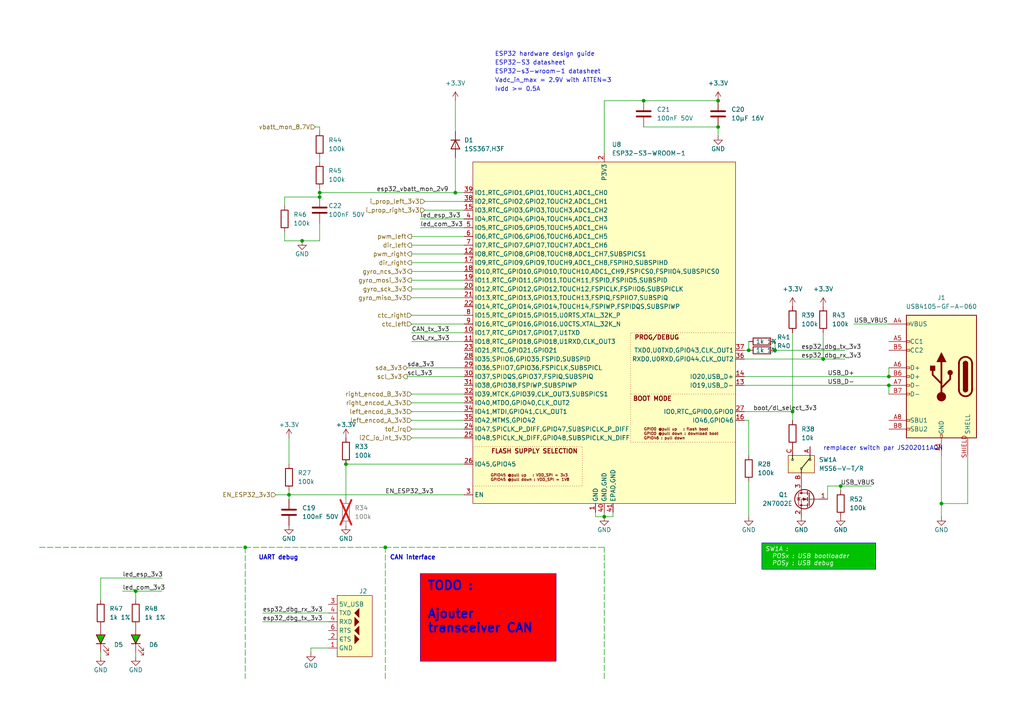
<source format=kicad_sch>
(kicad_sch (version 20230121) (generator eeschema)
  (paper "A4")
  (lib_symbols
    (symbol "Transistor_FET:2N7002E" (pin_names hide)
      (property "Reference" "Q" (at 5.08 1.905 0))
      (property "Value" "2N7002E" (at 5.08 0 0))
      (symbol "2N7002E_0_1"
        (polyline (pts (xy 0.254 0) (xy -2.54 0)))
        (polyline (pts (xy 0.254 1.905) (xy 0.254 -1.905)) (stroke (width 0.254)))
        (polyline (pts (xy 0.762 -1.27) (xy 0.762 -2.286)) (stroke (width 0.254)))
        (polyline (pts (xy 0.762 0.508) (xy 0.762 -0.508)) (stroke (width 0.254)))
        (polyline (pts (xy 0.762 2.286) (xy 0.762 1.27)) (stroke (width 0.254)))
        (polyline (pts (xy 2.54 2.54) (xy 2.54 1.778)))
        (polyline (pts (xy 2.54 -2.54) (xy 2.54 0) (xy 0.762 0)))
        (polyline (pts (xy 0.762 -1.778) (xy 3.302 -1.778) (xy 3.302 1.778) (xy 0.762 1.778)))
        (polyline (pts (xy 1.016 0) (xy 2.032 0.381) (xy 2.032 -0.381) (xy 1.016 0)) (fill (type outline)))
        (polyline (pts (xy 2.794 0.508) (xy 2.921 0.381) (xy 3.683 0.381) (xy 3.81 0.254)))
        (polyline (pts (xy 3.302 0.381) (xy 2.921 -0.254) (xy 3.683 -0.254) (xy 3.302 0.381)))
        (circle (center 1.651 0) (radius 2.794) (stroke (width 0.254)))
        (circle (center 2.54 -1.778) (radius 0.254) (fill (type outline)))
        (circle (center 2.54 1.778) (radius 0.254) (fill (type outline)))
      )
      (symbol "2N7002E_1_1"
        (pin input line (at -5.08 0 0) (length 2.54) (name "G") (number "1"))
        (pin passive line (at 2.54 -5.08 90) (length 2.54) (name "S") (number "2"))
        (pin passive line (at 2.54 5.08 270) (length 2.54) (name "D") (number "3"))
      )
    )
    (symbol "cocotter_capacitors:C_100nF_50V_0603" (pin_numbers hide) (pin_names (offset 0.254))
      (property "Reference" "C" (at 0.635 2.54 0))
      (property "Value" "100nF 50V" (at 0.635 -2.54 0))
      (symbol "C_100nF_50V_0603_0_1"
        (polyline (pts (xy -2.032 -0.762) (xy 2.032 -0.762)) (stroke (width 0.508)))
        (polyline (pts (xy -2.032 0.762) (xy 2.032 0.762)) (stroke (width 0.508)))
      )
      (symbol "C_100nF_50V_0603_1_1"
        (pin passive line (at 0 3.81 270) (length 2.794) (name "~") (number "1"))
        (pin passive line (at 0 -3.81 90) (length 2.794) (name "~") (number "2"))
      )
    )
    (symbol "cocotter_capacitors:C_10µF_16V_0805" (pin_numbers hide) (pin_names (offset 0.254))
      (property "Reference" "C" (at 0.635 2.54 0))
      (property "Value" "10µF 16V" (at 0.635 -2.54 0))
      (symbol "C_10µF_16V_0805_0_1"
        (polyline (pts (xy -2.032 -0.762) (xy 2.032 -0.762)) (stroke (width 0.508)))
        (polyline (pts (xy -2.032 0.762) (xy 2.032 0.762)) (stroke (width 0.508)))
      )
      (symbol "C_10µF_16V_0805_1_1"
        (pin passive line (at 0 3.81 270) (length 2.794) (name "~") (number "1"))
        (pin passive line (at 0 -3.81 90) (length 2.794) (name "~") (number "2"))
      )
    )
    (symbol "cocotter_connectors:MSS6-V-T/R" (pin_names hide)
      (property "Reference" "SW" (at 0 4.572 0))
      (property "Value" "MSS6-V-T/R" (at 2.54 -5.08 0))
      (symbol "MSS6-V-T/R_1_1"
        (rectangle (start -2.54 3.81) (end 2.54 -3.81) (fill (type background)))
        (circle (center -1.27 -2.54) (radius 0.254) (stroke (width 0) (color 0 0 0 1)))
        (circle (center -1.27 2.54) (radius 0.254) (stroke (width 0) (color 0 0 0 1)))
        (polyline (pts (xy -2.54 -2.54) (xy -1.524 -2.54)) (stroke (width 0.2) (color 0 0 0 1)))
        (polyline (pts (xy -2.54 2.54) (xy -1.524 2.54)) (stroke (width 0.2) (color 0 0 0 1)))
        (polyline (pts (xy 1.016 0.254) (xy -1.524 2.286)) (stroke (width 0.2) (color 0 0 0 1)))
        (polyline (pts (xy 1.524 0) (xy 2.54 0)) (stroke (width 0.2) (color 0 0 0 1)))
        (circle (center 1.27 0) (radius 0.254) (stroke (width 0) (color 0 0 0 1)))
        (pin passive line (at -5.08 2.54 0) (length 2.54) (name "") (number "A"))
        (pin passive line (at 5.08 0 180) (length 2.54) (name "") (number "B"))
        (pin passive line (at -5.08 -2.54 0) (length 2.54) (name "") (number "C"))
      )
      (symbol "MSS6-V-T/R_2_1"
        (rectangle (start -2.54 3.81) (end 2.54 -3.81) (fill (type background)))
        (circle (center -1.27 -2.54) (radius 0.254) (stroke (width 0) (color 0 0 0 1)))
        (circle (center -1.27 2.54) (radius 0.254) (stroke (width 0) (color 0 0 0 1)))
        (polyline (pts (xy -2.54 -2.54) (xy -1.524 -2.54)) (stroke (width 0.2) (color 0 0 0 1)))
        (polyline (pts (xy -2.54 2.54) (xy -1.524 2.54)) (stroke (width 0.2) (color 0 0 0 1)))
        (polyline (pts (xy 1.016 0.254) (xy -1.524 2.286)) (stroke (width 0.2) (color 0 0 0 1)))
        (polyline (pts (xy 1.524 0) (xy 2.54 0)) (stroke (width 0.2) (color 0 0 0 1)))
        (circle (center 0 8.89) (radius 0.0001))
        (circle (center 1.27 0) (radius 0.254) (stroke (width 0) (color 0 0 0 1)))
        (pin passive line (at -5.08 2.54 0) (length 2.54) (name "") (number "D"))
        (pin passive line (at 5.08 0 180) (length 2.54) (name "") (number "E"))
        (pin passive line (at -5.08 -2.54 0) (length 2.54) (name "") (number "F"))
      )
    )
    (symbol "cocotter_connectors:TTL-232R-3V3"
      (property "Reference" "J" (at 2.54 10.16 0))
      (symbol "TTL-232R-3V3_1_1"
        (rectangle (start -5.08 8.89) (end 5.08 -8.89) (fill (type background)))
        (polyline (pts (xy 0 -2.54) (xy 0 -5.08) (xy 1.27 -3.81) (xy 0 -2.54)) (fill (type outline)))
        (polyline (pts (xy 0 2.54) (xy 0 0) (xy 1.27 1.27) (xy 0 2.54)) (fill (type outline)))
        (polyline (pts (xy 1.27 -2.54) (xy 1.27 0) (xy 0 -1.27) (xy 1.27 -2.54)) (fill (type outline)))
        (polyline (pts (xy 1.27 5.08) (xy 0 3.81) (xy 1.27 2.54) (xy 1.27 5.08)) (fill (type outline)))
        (pin passive line (at -7.62 -6.35 0) (length 2.54) (name "GND") (number "1"))
        (pin input line (at -7.62 -3.81 0) (length 2.54) (name "CTS") (number "2"))
        (pin power_out line (at -7.62 6.35 0) (length 2.54) (name "5V_USB") (number "3"))
        (pin input line (at -7.62 1.27 0) (length 2.54) (name "RXD") (number "4"))
        (pin passive line (at -7.62 3.81 0) (length 2.54) (name "TXD") (number "4"))
        (pin output line (at -7.62 -1.27 0) (length 2.54) (name "RTS") (number "6"))
      )
    )
    (symbol "cocotter_connectors:USB4105-GF-A-060" (pin_names (offset 1.016))
      (property "Reference" "J" (at -10.16 19.05 0))
      (property "Value" "USB4105-GF-A-060" (at 19.05 19.05 0))
      (symbol "USB4105-GF-A-060_0_0"
        (rectangle (start -0.254 -17.78) (end 0.254 -16.764))
        (rectangle (start 10.16 -14.986) (end 9.144 -15.494))
        (rectangle (start 10.16 -12.446) (end 9.144 -12.954))
        (rectangle (start 10.16 -4.826) (end 9.144 -5.334))
        (rectangle (start 10.16 -2.286) (end 9.144 -2.794))
        (rectangle (start 10.16 0.254) (end 9.144 -0.254))
        (rectangle (start 10.16 2.794) (end 9.144 2.286))
        (rectangle (start 10.16 7.874) (end 9.144 7.366))
        (rectangle (start 10.16 10.414) (end 9.144 9.906))
        (rectangle (start 10.16 15.494) (end 9.144 14.986))
      )
      (symbol "USB4105-GF-A-060_0_1"
        (rectangle (start -10.16 17.78) (end 10.16 -17.78) (stroke (width 0.254)) (fill (type background)))
        (arc (start -8.89 -3.81) (mid -6.985 -5.7067) (end -5.08 -3.81) (stroke (width 0.508)))
        (arc (start -7.62 -3.81) (mid -6.985 -4.4423) (end -6.35 -3.81) (stroke (width 0.254)))
        (arc (start -7.62 -3.81) (mid -6.985 -4.4423) (end -6.35 -3.81) (stroke (width 0.254)) (fill (type outline)))
        (rectangle (start -7.62 -3.81) (end -6.35 3.81) (stroke (width 0.254)) (fill (type outline)))
        (arc (start -6.35 3.81) (mid -6.985 4.4423) (end -7.62 3.81) (stroke (width 0.254)))
        (arc (start -6.35 3.81) (mid -6.985 4.4423) (end -7.62 3.81) (stroke (width 0.254)) (fill (type outline)))
        (arc (start -5.08 3.81) (mid -6.985 5.7067) (end -8.89 3.81) (stroke (width 0.508)))
        (circle (center -2.54 1.143) (radius 0.635) (stroke (width 0.254)) (fill (type outline)))
        (circle (center 0 -5.842) (radius 1.27) (fill (type outline)))
        (polyline (pts (xy -8.89 -3.81) (xy -8.89 3.81)) (stroke (width 0.508)))
        (polyline (pts (xy -5.08 3.81) (xy -5.08 -3.81)) (stroke (width 0.508)))
        (polyline (pts (xy 0 -5.842) (xy 0 4.318)) (stroke (width 0.508)))
        (polyline (pts (xy 0 -3.302) (xy -2.54 -0.762) (xy -2.54 0.508)) (stroke (width 0.508)))
        (polyline (pts (xy 0 -2.032) (xy 2.54 0.508) (xy 2.54 1.778)) (stroke (width 0.508)))
        (polyline (pts (xy -1.27 4.318) (xy 0 6.858) (xy 1.27 4.318) (xy -1.27 4.318)) (stroke (width 0.254)) (fill (type outline)))
        (rectangle (start 1.905 1.778) (end 3.175 3.048) (stroke (width 0.254)) (fill (type outline)))
      )
      (symbol "USB4105-GF-A-060_1_1"
        (pin passive line (at 0 -22.86 90) (length 5.08) (name "GND") (number "A1"))
        (pin passive line (at 0 -22.86 90) (length 5.08) hide (name "GND") (number "A12"))
        (pin passive line (at 15.24 15.24 180) (length 5.08) (name "VBUS") (number "A4"))
        (pin bidirectional line (at 15.24 10.16 180) (length 5.08) (name "CC1") (number "A5"))
        (pin bidirectional line (at 15.24 2.54 180) (length 5.08) (name "D+") (number "A6"))
        (pin bidirectional line (at 15.24 -2.54 180) (length 5.08) (name "D-") (number "A7"))
        (pin bidirectional line (at 15.24 -12.7 180) (length 5.08) (name "SBU1") (number "A8"))
        (pin passive line (at 15.24 15.24 180) (length 5.08) hide (name "VBUS") (number "A9"))
        (pin passive line (at 0 -22.86 90) (length 5.08) hide (name "GND") (number "B1"))
        (pin passive line (at 0 -22.86 90) (length 5.08) hide (name "GND") (number "B12"))
        (pin passive line (at 15.24 15.24 180) (length 5.08) hide (name "VBUS") (number "B4"))
        (pin bidirectional line (at 15.24 7.62 180) (length 5.08) (name "CC2") (number "B5"))
        (pin bidirectional line (at 15.24 0 180) (length 5.08) (name "D+") (number "B6"))
        (pin bidirectional line (at 15.24 -5.08 180) (length 5.08) (name "D-") (number "B7"))
        (pin bidirectional line (at 15.24 -15.24 180) (length 5.08) (name "SBU2") (number "B8"))
        (pin passive line (at 15.24 15.24 180) (length 5.08) hide (name "VBUS") (number "B9"))
        (pin passive line (at -7.62 -22.86 90) (length 5.08) (name "SHELL") (number "SHIELD"))
      )
    )
    (symbol "cocotter_diodes:1SS367,H3F" (pin_numbers hide) (pin_names hide)
      (property "Reference" "D" (at 0 2.54 0))
      (property "Value" "1SS367,H3F" (at 0 -2.54 0))
      (symbol "1SS367,H3F_0_1"
        (polyline (pts (xy -1.27 1.27) (xy -1.27 -1.27)) (stroke (width 0.254)))
        (polyline (pts (xy 1.27 0) (xy -1.27 0)))
        (polyline (pts (xy 1.27 1.27) (xy 1.27 -1.27) (xy -1.27 0) (xy 1.27 1.27)) (stroke (width 0.254)))
      )
      (symbol "1SS367,H3F_1_1"
        (pin passive line (at -3.81 0 0) (length 2.54) (name "K") (number "1"))
        (pin passive line (at 3.81 0 180) (length 2.54) (name "A") (number "2"))
      )
    )
    (symbol "cocotter_diodes:green_led_0603" (pin_numbers hide) (pin_names (offset 1.016) hide)
      (property "Reference" "D" (at 0 2.54 0))
      (symbol "green_led_0603_0_1"
        (polyline (pts (xy -1.27 -1.27) (xy -1.27 1.27)) (stroke (width 0.254)))
        (polyline (pts (xy -3.048 -0.762) (xy -4.572 -2.286) (xy -3.81 -2.286) (xy -4.572 -2.286) (xy -4.572 -1.524)))
        (polyline (pts (xy -1.778 -0.762) (xy -3.302 -2.286) (xy -2.54 -2.286) (xy -3.302 -2.286) (xy -3.302 -1.524)))
      )
      (symbol "green_led_0603_1_1"
        (polyline (pts (xy 1.27 -1.27) (xy 1.27 1.27) (xy -1.27 0) (xy 1.27 -1.27)) (stroke (width 0.254)) (fill (type color) (color 0 194 0 1)))
        (pin passive line (at 3.81 0 180) (length 2.54) (name "A") (number "a"))
        (pin passive line (at -3.81 0 0) (length 2.54) (name "C") (number "c"))
      )
    )
    (symbol "cocotter_ic:ESP32-S3-WROOM-1"
      (property "Reference" "U" (at -11.43 27.94 0))
      (property "Value" "ESP32-S3-WROOM-1" (at 27.94 -50.8 0))
      (symbol "ESP32-S3-WROOM-1_1_0"
        (pin bidirectional line (at -40.64 0 0) (length 2.54) (name "IO17,RTC_GPIO17,GPIO17,U1TXD") (number "10"))
        (pin bidirectional line (at -40.64 -2.54 0) (length 2.54) (name "IO18,RTC_GPIO18,GPIO18,U1RXD,CLK_OUT3") (number "11"))
        (pin bidirectional line (at -40.64 22.86 0) (length 2.54) (name "IO8,RTC_GPIO8,GPIO8,TOUCH8,ADC1_CH7,SUBSPICS1") (number "12"))
        (pin bidirectional line (at 40.64 -15.24 180) (length 2.54) (name "IO19,USB_D-") (number "13"))
        (pin bidirectional line (at 40.64 -12.7 180) (length 2.54) (name "IO20,USB_D+") (number "14"))
        (pin bidirectional line (at -40.64 35.56 0) (length 2.54) (name "IO3,RTC_GPIO3,GPIO3,TOUCH3,ADC1_CH2") (number "15"))
        (pin bidirectional line (at 40.64 -25.4 180) (length 2.54) (name "IO46,GPIO46") (number "16"))
        (pin bidirectional line (at -40.64 20.32 0) (length 2.54) (name "IO9,RTC_GPIO9,GPIO9,TOUCH9,ADC1_CH8,FSPIHD,SUBSPIHD") (number "17"))
        (pin bidirectional line (at -40.64 17.78 0) (length 2.54) (name "IO10,RTC_GPIO10,GPIO10,TOUCH10,ADC1_CH9,FSPICS0,FSPIIO4,SUBSPICS0") (number "18"))
        (pin bidirectional line (at -40.64 15.24 0) (length 2.54) (name "IO11,RTC_GPIO11,GPIO11,TOUCH11,FSPID,FSPIIO5,SUBSPID") (number "19"))
        (pin bidirectional line (at -40.64 12.7 0) (length 2.54) (name "IO12,RTC_GPIO12,GPIO12,TOUCH12,FSPICLK,FSPIIO6,SUBSPICLK") (number "20"))
        (pin bidirectional line (at -40.64 10.16 0) (length 2.54) (name "IO13,RTC_GPIO13,GPIO13,TOUCH13,FSPIQ,FSPIIO7,SUBSPIQ") (number "21"))
        (pin bidirectional line (at -40.64 7.62 0) (length 2.54) (name "IO14,RTC_GPIO14,GPIO14,TOUCH14,FSPIWP,FSPIDQS,SUBSPIWP") (number "22"))
        (pin bidirectional line (at -40.64 -5.08 0) (length 2.54) (name "IO21,RTC_GPIO21,GPIO21") (number "23"))
        (pin bidirectional line (at -40.64 -27.94 0) (length 2.54) (name "IO47,SPICLK_P_DIFF,GPIO47,SUBSPICLK_P_DIFF") (number "24"))
        (pin bidirectional line (at -40.64 -30.48 0) (length 2.54) (name "IO48,SPICLK_N_DIFF,GPIO48,SUBSPICLK_N_DIFF") (number "25"))
        (pin bidirectional line (at -40.64 -38.1 0) (length 2.54) (name "IO45,GPIO45") (number "26"))
        (pin bidirectional line (at 40.64 -22.86 180) (length 2.54) (name "IO0,RTC_GPIO0,GPIO0") (number "27"))
        (pin bidirectional line (at -40.64 -7.62 0) (length 2.54) (name "IO35,SPIIO6,GPIO35,FSPID,SUBSPID") (number "28"))
        (pin bidirectional line (at -40.64 -10.16 0) (length 2.54) (name "IO36,SPIIO7,GPIO36,FSPICLK,SUBSPICL") (number "29"))
        (pin input line (at -40.64 -46.99 0) (length 2.54) (name "EN") (number "3"))
        (pin bidirectional line (at -40.64 -12.7 0) (length 2.54) (name "IO37,SPIDQS,GPIO37,FSPIQ,SUBSPIQ") (number "30"))
        (pin bidirectional line (at -40.64 -15.24 0) (length 2.54) (name "IO38,GPIO38,FSPIWP,SUBSPIWP") (number "31"))
        (pin bidirectional line (at -40.64 -17.78 0) (length 2.54) (name "IO39,MTCK,GPIO39,CLK_OUT3,SUBSPICS1") (number "32"))
        (pin bidirectional line (at -40.64 -20.32 0) (length 2.54) (name "IO40,MTDO,GPIO40,CLK_OUT2") (number "33"))
        (pin bidirectional line (at -40.64 -22.86 0) (length 2.54) (name "IO41,MTDI,GPIO41,CLK_OUT1") (number "34"))
        (pin bidirectional line (at -40.64 -25.4 0) (length 2.54) (name "IO42,MTMS,GPIO42") (number "35"))
        (pin bidirectional line (at 40.64 -7.62 180) (length 2.54) (name "RXD0,U0RXD,GPIO44,CLK_OUT2") (number "36"))
        (pin bidirectional line (at 40.64 -5.08 180) (length 2.54) (name "TXD0,U0TXD,GPIO43,CLK_OUT1") (number "37"))
        (pin bidirectional line (at -40.64 38.1 0) (length 2.54) (name "IO2,RTC_GPIO2,GPIO2,TOUCH2,ADC1_CH1") (number "38"))
        (pin bidirectional line (at -40.64 40.64 0) (length 2.54) (name "IO1,RTC_GPIO1,GPIO1,TOUCH1,ADC1_CH0") (number "39"))
        (pin bidirectional line (at -40.64 33.02 0) (length 2.54) (name "IO4,RTC_GPIO4,GPIO4,TOUCH4,ADC1_CH3") (number "4"))
        (pin passive line (at 0 -52.07 90) (length 2.54) (name "GND,GND") (number "40"))
        (pin passive line (at 2.54 -52.07 90) (length 2.54) (name "EPAD,GND") (number "41"))
        (pin bidirectional line (at -40.64 30.48 0) (length 2.54) (name "IO5,RTC_GPIO5,GPIO5,TOUCH5,ADC1_CH4") (number "5"))
        (pin bidirectional line (at -40.64 27.94 0) (length 2.54) (name "IO6,RTC_GPIO6,GPIO6,TOUCH6,ADC1_CH5") (number "6"))
        (pin bidirectional line (at -40.64 25.4 0) (length 2.54) (name "IO7,RTC_GPIO7,GPIO7,TOUCH7,ADC1_CH6") (number "7"))
        (pin bidirectional line (at -40.64 5.08 0) (length 2.54) (name "IO15,RTC_GPIO15,GPIO15,U0RTS,XTAL_32K_P") (number "8"))
        (pin bidirectional line (at -40.64 2.54 0) (length 2.54) (name "IO16,RTC_GPIO16,GPIO16,U0CTS,XTAL_32K_N") (number "9"))
      )
      (symbol "ESP32-S3-WROOM-1_1_1"
        (rectangle (start -38.1 49.53) (end 38.1 -49.53) (fill (type background)))
        (polyline (pts (xy 7.62 -17.78) (xy 7.62 -31.75) (xy 38.1 -31.75)) (stroke (width 0) (type dot)))
        (polyline (pts (xy -38.1 -33.02) (xy -6.35 -33.02) (xy -6.35 -44.45) (xy -38.1 -44.45)) (stroke (width 0) (type dot)))
        (polyline (pts (xy 38.1 -17.78) (xy 7.62 -17.78) (xy 7.62 0) (xy 7.62 0) (xy 38.1 0)) (stroke (width 0) (type dot)))
        (text "BOOT MODE" (at 13.97 -19.05 0) (effects (font (size 1.27 1.27) bold)))
        (text "FLASH SUPPLY SELECTION" (at -7.62 -34.29 0) (effects (font (size 1.27 1.27) bold) (justify right)))
        (text "GPIO0 @pull up   : flash boot\nGPIO0 @pull down : download boot\nGPIO46 : pull down" (at 11.43 -29.21 0) (effects (font (size 0.8 0.8)) (justify left)))
        (text "GPIO45 @pull up   : VDD_SPI = 3v3\nGPIO45 @pull down : VDD_SPI = 1V8" (at -33.02 -41.91 0) (effects (font (size 0.8 0.8)) (justify left)))
        (text "PROG/DEBUG" (at 15.24 -1.27 0) (effects (font (size 1.27 1.27) bold)))
        (pin passive line (at -2.54 -52.07 90) (length 2.54) (name "GND") (number "1"))
        (pin power_in line (at 0 52.07 270) (length 2.54) (name "P3V3") (number "2"))
      )
    )
    (symbol "cocotter_resistors:R_100k_0603_1%" (pin_numbers hide) (pin_names (offset 0))
      (property "Reference" "R" (at 1.27 1.27 0))
      (property "Value" "100k" (at 3.81 -1.27 0))
      (symbol "R_100k_0603_1%_0_1"
        (rectangle (start -1.016 -2.54) (end 1.016 2.54) (stroke (width 0.254)))
      )
      (symbol "R_100k_0603_1%_1_1"
        (pin passive line (at 0 3.81 270) (length 1.27) (name "~") (number "1"))
        (pin passive line (at 0 -3.81 90) (length 1.27) (name "~") (number "2"))
      )
    )
    (symbol "cocotter_resistors:R_10k_0603_1%" (pin_numbers hide) (pin_names (offset 0))
      (property "Reference" "R" (at 1.27 1.27 0))
      (property "Value" "10k" (at 3.81 -1.27 0))
      (symbol "R_10k_0603_1%_0_1"
        (rectangle (start -1.016 -2.54) (end 1.016 2.54) (stroke (width 0.254)))
      )
      (symbol "R_10k_0603_1%_1_1"
        (pin passive line (at 0 3.81 270) (length 1.27) (name "~") (number "1"))
        (pin passive line (at 0 -3.81 90) (length 1.27) (name "~") (number "2"))
      )
    )
    (symbol "cocotter_resistors:R_1k_0603_1%" (pin_numbers hide) (pin_names (offset 0))
      (property "Reference" "R" (at 1.27 1.27 0))
      (property "Value" "1k 1%" (at 3.81 -1.27 0))
      (symbol "R_1k_0603_1%_0_1"
        (rectangle (start -1.016 -2.54) (end 1.016 2.54) (stroke (width 0.254)))
      )
      (symbol "R_1k_0603_1%_1_1"
        (pin passive line (at 0 3.81 270) (length 1.27) (name "~") (number "1"))
        (pin passive line (at 0 -3.81 90) (length 1.27) (name "~") (number "2"))
      )
    )
    (symbol "power:+3.3V" (power) (pin_names (offset 0))
      (property "Value" "+3.3V" (at 0 3.556 0))
      (symbol "+3.3V_0_1"
        (polyline (pts (xy -0.762 1.27) (xy 0 2.54)))
        (polyline (pts (xy 0 0) (xy 0 2.54)))
        (polyline (pts (xy 0 2.54) (xy 0.762 1.27)))
      )
      (symbol "+3.3V_1_1"
        (pin power_in line (at 0 0 90) (length 0) hide (name "+3.3V") (number "1"))
      )
    )
    (symbol "power:GND" (power) (pin_names (offset 0))
      (property "Value" "GND" (at 0 -3.81 0))
      (symbol "GND_0_1"
        (polyline (pts (xy 0 0) (xy 0 -1.27) (xy 1.27 -1.27) (xy 0 -2.54) (xy -1.27 -1.27) (xy 0 -1.27)))
      )
      (symbol "GND_1_1"
        (pin power_in line (at 0 0 270) (length 0) hide (name "GND") (number "1"))
      )
    )
  )
  (junction (at 71.12 158.75))
  (junction (at 186.69 29.21))
  (junction (at 83.82 143.51))
  (junction (at 273.05 146.05))
  (junction (at 238.76 104.14))
  (junction (at 87.63 69.85))
  (junction (at 229.87 119.38))
  (junction (at 257.81 111.76))
  (junction (at 100.33 134.62))
  (junction (at 257.81 109.22))
  (junction (at 243.84 140.97))
  (junction (at 132.08 55.88))
  (junction (at 217.17 101.6))
  (junction (at 208.28 36.83))
  (junction (at 92.71 57.15))
  (junction (at 208.28 29.21))
  (junction (at 111.76 158.75))
  (junction (at 39.37 171.45))
  (junction (at 92.71 55.88))
  (junction (at 224.79 101.6))
  (junction (at 175.26 149.86))
  (wire (pts (xy 92.71 55.88) (xy 132.08 55.88)))
  (wire (pts (xy 39.37 189.23) (xy 39.37 190.5)))
  (wire (pts (xy 29.21 167.64) (xy 46.99 167.64)))
  (wire (pts (xy 119.38 76.2) (xy 134.62 76.2)))
  (wire (pts (xy 257.81 114.3) (xy 257.81 111.76)))
  (wire (pts (xy 29.21 173.99) (xy 29.21 167.64)))
  (wire (pts (xy 119.38 96.52) (xy 134.62 96.52)))
  (wire (pts (xy 83.82 142.24) (xy 83.82 143.51)))
  (wire (pts (xy 215.9 119.38) (xy 229.87 119.38)))
  (wire (pts (xy 240.03 140.97) (xy 240.03 144.78)))
  (wire (pts (xy 215.9 101.6) (xy 217.17 101.6)))
  (wire (pts (xy 280.67 146.05) (xy 280.67 132.08)))
  (wire (pts (xy 175.26 196.85) (xy 175.26 158.75)) (stroke (width 0) (type dash)))
  (wire (pts (xy 100.33 144.78) (xy 100.33 134.62)))
  (wire (pts (xy 132.08 29.21) (xy 132.08 38.1)))
  (wire (pts (xy 118.11 109.22) (xy 134.62 109.22)))
  (wire (pts (xy 82.55 59.69) (xy 82.55 57.15)))
  (wire (pts (xy 224.79 99.06) (xy 224.79 101.6)))
  (wire (pts (xy 186.69 29.21) (xy 208.28 29.21)))
  (wire (pts (xy 208.28 36.83) (xy 208.28 39.37)))
  (wire (pts (xy 273.05 146.05) (xy 273.05 132.08)))
  (wire (pts (xy 71.12 158.75) (xy 111.76 158.75)) (stroke (width 0) (type dash)))
  (wire (pts (xy 80.01 143.51) (xy 83.82 143.51)))
  (wire (pts (xy 121.92 63.5) (xy 134.62 63.5)))
  (wire (pts (xy 215.9 109.22) (xy 257.81 109.22)))
  (wire (pts (xy 100.33 134.62) (xy 134.62 134.62)))
  (wire (pts (xy 119.38 116.84) (xy 134.62 116.84)))
  (wire (pts (xy 82.55 67.31) (xy 82.55 69.85)))
  (wire (pts (xy 83.82 143.51) (xy 134.62 143.51)))
  (wire (pts (xy 83.82 143.51) (xy 83.82 144.78)))
  (wire (pts (xy 175.26 29.21) (xy 186.69 29.21)))
  (wire (pts (xy 92.71 45.72) (xy 92.71 46.99)))
  (wire (pts (xy 175.26 44.45) (xy 175.26 29.21)))
  (wire (pts (xy 247.65 93.98) (xy 257.81 93.98)))
  (wire (pts (xy 257.81 106.68) (xy 257.81 109.22)))
  (wire (pts (xy 11.43 158.75) (xy 71.12 158.75)) (stroke (width 0) (type dash)))
  (wire (pts (xy 119.38 68.58) (xy 134.62 68.58)))
  (wire (pts (xy 217.17 121.92) (xy 217.17 132.08)))
  (wire (pts (xy 95.25 187.96) (xy 90.17 187.96)))
  (wire (pts (xy 111.76 158.75) (xy 175.26 158.75)) (stroke (width 0) (type dash)))
  (wire (pts (xy 119.38 119.38) (xy 134.62 119.38)))
  (wire (pts (xy 71.12 158.75) (xy 71.12 196.85)) (stroke (width 0) (type dash)))
  (wire (pts (xy 76.2 177.8) (xy 95.25 177.8)))
  (wire (pts (xy 83.82 127) (xy 83.82 134.62)))
  (wire (pts (xy 215.9 104.14) (xy 238.76 104.14)))
  (wire (pts (xy 90.17 187.96) (xy 90.17 189.23)))
  (wire (pts (xy 119.38 73.66) (xy 134.62 73.66)))
  (wire (pts (xy 238.76 96.52) (xy 238.76 104.14)))
  (wire (pts (xy 273.05 146.05) (xy 273.05 149.86)))
  (wire (pts (xy 224.79 101.6) (xy 245.11 101.6)))
  (wire (pts (xy 119.38 114.3) (xy 134.62 114.3)))
  (wire (pts (xy 76.2 180.34) (xy 95.25 180.34)))
  (wire (pts (xy 172.72 149.86) (xy 175.26 149.86)))
  (wire (pts (xy 121.92 66.04) (xy 134.62 66.04)))
  (wire (pts (xy 177.8 149.86) (xy 177.8 148.59)))
  (wire (pts (xy 119.38 78.74) (xy 134.62 78.74)))
  (wire (pts (xy 119.38 121.92) (xy 134.62 121.92)))
  (wire (pts (xy 119.38 127) (xy 134.62 127)))
  (wire (pts (xy 240.03 140.97) (xy 243.84 140.97)))
  (wire (pts (xy 119.38 81.28) (xy 134.62 81.28)))
  (wire (pts (xy 35.56 171.45) (xy 39.37 171.45)))
  (wire (pts (xy 215.9 121.92) (xy 217.17 121.92)))
  (wire (pts (xy 39.37 171.45) (xy 46.99 171.45)))
  (wire (pts (xy 119.38 86.36) (xy 134.62 86.36)))
  (wire (pts (xy 119.38 99.06) (xy 134.62 99.06)))
  (wire (pts (xy 172.72 148.59) (xy 172.72 149.86)))
  (wire (pts (xy 92.71 64.77) (xy 92.71 69.85)))
  (wire (pts (xy 280.67 146.05) (xy 273.05 146.05)))
  (wire (pts (xy 175.26 149.86) (xy 177.8 149.86)))
  (wire (pts (xy 134.62 58.42) (xy 123.19 58.42)))
  (wire (pts (xy 87.63 69.85) (xy 92.71 69.85)))
  (wire (pts (xy 134.62 91.44) (xy 119.38 91.44)))
  (wire (pts (xy 215.9 111.76) (xy 257.81 111.76)))
  (wire (pts (xy 132.08 55.88) (xy 132.08 45.72)))
  (wire (pts (xy 92.71 38.1) (xy 92.71 36.83)))
  (wire (pts (xy 119.38 71.12) (xy 134.62 71.12)))
  (wire (pts (xy 119.38 83.82) (xy 134.62 83.82)))
  (wire (pts (xy 238.76 104.14) (xy 245.11 104.14)))
  (wire (pts (xy 134.62 93.98) (xy 119.38 93.98)))
  (wire (pts (xy 243.84 140.97) (xy 243.84 142.24)))
  (wire (pts (xy 82.55 69.85) (xy 87.63 69.85)))
  (wire (pts (xy 91.44 36.83) (xy 92.71 36.83)))
  (wire (pts (xy 229.87 119.38) (xy 229.87 121.92)))
  (wire (pts (xy 243.84 140.97) (xy 252.73 140.97)))
  (wire (pts (xy 39.37 171.45) (xy 39.37 173.99)))
  (wire (pts (xy 217.17 99.06) (xy 217.17 101.6)))
  (wire (pts (xy 92.71 57.15) (xy 92.71 55.88)))
  (wire (pts (xy 217.17 139.7) (xy 217.17 149.86)))
  (wire (pts (xy 134.62 55.88) (xy 132.08 55.88)))
  (wire (pts (xy 111.76 196.85) (xy 111.76 158.75)) (stroke (width 0) (type dash)))
  (wire (pts (xy 229.87 96.52) (xy 229.87 119.38)))
  (wire (pts (xy 119.38 124.46) (xy 134.62 124.46)))
  (wire (pts (xy 186.69 36.83) (xy 208.28 36.83)))
  (wire (pts (xy 175.26 148.59) (xy 175.26 149.86)))
  (wire (pts (xy 92.71 54.61) (xy 92.71 55.88)))
  (wire (pts (xy 118.11 106.68) (xy 134.62 106.68)))
  (wire (pts (xy 123.19 60.96) (xy 134.62 60.96)))
  (wire (pts (xy 29.21 189.23) (xy 29.21 190.5)))
  (wire (pts (xy 82.55 57.15) (xy 92.71 57.15)))
  (text_box "SW1A : \n  POSx : USB bootloader\n  POSy : USB debug" (at 220.98 157.48 0) (size 33.02 7.62) (fill (type color) (color 0 194 0 1)) (effects (font (size 1.27 1.27) italic) (justify left top)))
  (text_box "TODO : \n\nAjouter transceiver CAN" (at 121.92 166.37 0) (size 39.37 25.4) (fill (type color) (color 255 0 0 1)) (effects (font (size 2.54 2.54) (thickness 0.508) bold) (justify left top)))
  (text "ESP32-s3-wroom-1 datasheet" (at 143.51 21.59 0) (effects (font (size 1.27 1.27)) (justify left bottom)))
  (text "ESP32-S3 datasheet" (at 143.51 19.05 0) (effects (font (size 1.27 1.27)) (justify left bottom)))
  (text "CAN interface" (at 113.03 162.56 0) (effects (font (size 1.27 1.27) (thickness 0.254) bold) (justify left bottom)))
  (text "remplacer switch par JS202011AQN" (at 238.76 130.81 0) (effects (font (size 1.27 1.27)) (justify left bottom)))
  (text "ESP32 hardware design guide" (at 143.51 16.51 0) (effects (font (size 1.27 1.27)) (justify left bottom)))
  (text "UART debug" (at 74.93 162.56 0) (effects (font (size 1.27 1.27) (thickness 0.254) bold) (justify left bottom)))
  (text "Ivdd >= 0.5A" (at 143.51 26.67 0) (effects (font (size 1.27 1.27)) (justify left bottom)))
  (text "Vadc_in_max = 2.9V with ATTEN=3" (at 143.51 24.13 0) (effects (font (size 1.27 1.27)) (justify left bottom)))
  (label "esp32_dbg_rx_3v3" (at 232.41 104.14 0))
  (label "USB_D-" (at 240.03 111.76 0))
  (label "USB_D+" (at 240.03 109.22 0))
  (label "led_com_3v3" (at 35.56 171.45 0))
  (label "sda_3v3" (at 118.11 106.68 0))
  (label "led_com_3v3" (at 121.92 66.04 0))
  (label "esp32_vbatt_mon_2v9" (at 109.22 55.88 0))
  (label "CAN_rx_3v3" (at 119.38 99.06 0))
  (label "CAN_tx_3v3" (at 119.38 96.52 0))
  (label "led_esp_3v3" (at 121.92 63.5 0))
  (label "esp32_dbg_tx_3v3" (at 76.2 180.34 0))
  (label "USB_VBUS" (at 243.84 140.97 0))
  (label "esp32_dbg_tx_3v3" (at 232.41 101.6 0))
  (label "USB_VBUS" (at 247.65 93.98 0))
  (label "led_esp_3v3" (at 35.56 167.64 0))
  (label "boot{slash}dl_select_3v3" (at 218.44 119.38 0))
  (label "scl_3v3" (at 118.11 109.22 0))
  (label "EN_ESP32_3v3" (at 111.76 143.51 0))
  (label "esp32_dbg_rx_3v3" (at 76.2 177.8 0))
  (hierarchical_label "gyro_mosi_3v3" (shape output) (at 119.38 81.28 180))
  (hierarchical_label "ctc_right" (shape input) (at 119.38 91.44 180))
  (hierarchical_label "scl_3v3" (shape output) (at 118.11 109.22 180))
  (hierarchical_label "i2C_io_int_3v3" (shape input) (at 119.38 127 180))
  (hierarchical_label "dir_left" (shape output) (at 119.38 71.12 180))
  (hierarchical_label "i_prop_left_3v3" (shape input) (at 123.19 58.42 180))
  (hierarchical_label "sda_3v3" (shape bidirectional) (at 118.11 106.68 180))
  (hierarchical_label "left_encod_A_3v3" (shape input) (at 119.38 121.92 180))
  (hierarchical_label "gyro_miso_3v3" (shape input) (at 119.38 86.36 180))
  (hierarchical_label "gyro_ncs_3v3" (shape output) (at 119.38 78.74 180))
  (hierarchical_label "pwm_right" (shape output) (at 119.38 73.66 180))
  (hierarchical_label "right_encod_A_3v3" (shape input) (at 119.38 116.84 180))
  (hierarchical_label "vbatt_mon_8.7V" (shape input) (at 91.44 36.83 180))
  (hierarchical_label "pwm_left" (shape output) (at 119.38 68.58 180))
  (hierarchical_label "EN_ESP32_3v3" (shape input) (at 80.01 143.51 180))
  (hierarchical_label "gyro_sck_3v3" (shape output) (at 119.38 83.82 180))
  (hierarchical_label "left_encod_B_3v3" (shape input) (at 119.38 119.38 180))
  (hierarchical_label "i_prop_right_3v3" (shape input) (at 123.19 60.96 180))
  (hierarchical_label "ctc_left" (shape input) (at 119.38 93.98 180))
  (hierarchical_label "right_encod_B_3v3" (shape input) (at 119.38 114.3 180))
  (hierarchical_label "dir_right" (shape output) (at 119.38 76.2 180))
  (hierarchical_label "tof_irq" (shape input) (at 119.38 124.46 180))
  (symbol (lib_id "cocotter_resistors:R_100k_0603_1%") (at 100.33 130.81 0) (unit 1)
    (property "Reference" "R33" (at 102.87 129.54 0) (effects (justify left)))
    (property "Value" "100k" (at 102.87 132.08 0) (effects (justify left)))
    (property "Footprint" "cocotter_resistor:r0603_reflow" (effects hide))
    (property "Specification" "100k 0603 1% 100mW" (effects hide))
    (property "mouser" "603-RC0603FR-10100KL" (effects hide))
  )
  (symbol (lib_id "cocotter_capacitors:C_10µF_16V_0805") (at 208.28 33.02 0) (unit 1)
    (property "Reference" "C20" (at 212.09 31.75 0) (effects (justify left)))
    (property "Value" "10µF 16V" (at 212.09 34.29 0) (effects (justify left)))
    (property "Footprint" "cocotter_capacitors:C_0805_2012Metric" (effects hide))
    (property "Specification" "10µF 16V X7R 0805 " (effects hide))
  )
  (symbol (lib_id "cocotter_connectors:TTL-232R-3V3") (at 102.87 181.61 0) (unit 1)
    (property "Reference" "J2" (at 104.14 171.45 0) (effects (justify left)))
    (property "Value" "~" (at 99.06 185.42 0))
  )
  (symbol (lib_id "power:+3.3V") (at 238.76 88.9 0) (unit 1)
    (property "Reference" "#PWR067" (effects hide))
    (property "Value" "+3.3V" (at 238.76 83.82 0))
  )
  (symbol (lib_id "power:GND") (at 273.05 149.86 0) (unit 1)
    (property "Reference" "#PWR076" (effects hide))
    (property "Value" "GND" (at 273.05 153.67 0))
  )
  (symbol (lib_id "Transistor_FET:2N7002E") (at 234.95 144.78 0) (mirror y) (unit 1)
    (property "Reference" "Q1" (at 228.6 143.51 0) (effects (justify left)))
    (property "Value" "2N7002E" (at 229.87 146.05 0) (effects (justify left)))
    (property "Footprint" "Package_TO_SOT_SMD:SOT-23" (effects hide))
    (property "Datasheet" "http://www.diodes.com/assets/Datasheets/ds30376.pdf" (effects hide))
  )
  (symbol (lib_id "cocotter_capacitors:C_100nF_50V_0603") (at 186.69 33.02 0) (unit 1)
    (property "Reference" "C21" (at 190.5 31.75 0) (effects (justify left)))
    (property "Value" "100nF 50V" (at 190.5 34.29 0) (effects (justify left)))
    (property "Footprint" "cocotter_capacitors:C_0603_1608Metric" (effects hide))
    (property "Specification" "100nF 50V X7R 0603 " (effects hide))
  )
  (symbol (lib_id "cocotter_resistors:R_100k_0603_1%") (at 82.55 63.5 180) (unit 1)
    (property "Reference" "R46" (at 85.09 62.23 0) (effects (justify right)))
    (property "Value" "100k" (at 85.09 64.77 0) (effects (justify right)))
    (property "Footprint" "cocotter_resistor:r0603_reflow" (effects hide))
    (property "Specification" "100k 0603 1% 100mW" (effects hide))
    (property "mouser" "603-RC0603FR-10100KL" (effects hide))
  )
  (symbol (lib_id "power:GND") (at 83.82 152.4 0) (unit 1)
    (property "Reference" "#PWR056" (effects hide))
    (property "Value" "GND" (at 83.82 156.21 0))
  )
  (symbol (lib_id "power:+3.3V") (at 100.33 127 0) (unit 1)
    (property "Reference" "#PWR063" (effects hide))
    (property "Value" "+3.3V" (at 100.33 123.19 0))
  )
  (symbol (lib_id "cocotter_diodes:green_led_0603") (at 29.21 185.42 90) (unit 1)
    (property "Reference" "D5" (at 33.02 187.0075 90) (effects (justify right)))
    (property "Value" "green, 0603" (effects hide))
    (property "Footprint" "cocotter_diodes:LED_0603_1608Metric" (effects hide))
    (property "DIGIKEY_REF" "3147-B19Y1UYG-20C000313U1930CT-ND" (effects hide))
    (property "MOUSER_REF" "710-150060VS55040" (effects hide))
  )
  (symbol (lib_id "cocotter_resistors:R_10k_0603_1%") (at 229.87 125.73 0) (unit 1)
    (property "Reference" "R38" (at 232.41 124.46 0) (effects (justify left)))
    (property "Value" "10k" (at 232.41 127 0) (effects (justify left)))
    (property "Footprint" "cocotter_resistor:r0603_reflow" (effects hide))
    (property "Specification" "10k 0603 1% 100mW" (effects hide))
    (property "mouser" "603-RC0603FR-10100KL" (effects hide))
  )
  (symbol (lib_id "cocotter_resistors:R_100k_0603_1%") (at 83.82 138.43 0) (unit 1)
    (property "Reference" "R27" (at 86.36 137.16 0) (effects (justify left)))
    (property "Value" "100k" (at 86.36 139.7 0) (effects (justify left)))
    (property "Footprint" "cocotter_resistor:r0603_reflow" (effects hide))
    (property "Specification" "100k 0603 1% 100mW" (effects hide))
    (property "mouser" "603-RC0603FR-10100KL" (effects hide))
  )
  (symbol (lib_id "power:GND") (at 217.17 149.86 0) (unit 1)
    (property "Reference" "#PWR058" (effects hide))
    (property "Value" "GND" (at 217.17 153.67 0))
  )
  (symbol (lib_id "cocotter_capacitors:C_100nF_50V_0603") (at 92.71 60.96 0) (unit 1)
    (property "Reference" "C22" (at 95.25 59.69 0) (effects (justify left)))
    (property "Value" "100nF 50V" (at 95.25 62.23 0) (effects (justify left)))
    (property "Footprint" "cocotter_capacitors:C_0603_1608Metric" (effects hide))
    (property "Specification" "100nF 50V X7R 0603 " (effects hide))
  )
  (symbol (lib_id "cocotter_capacitors:C_100nF_50V_0603") (at 83.82 148.59 0) (unit 1)
    (property "Reference" "C19" (at 87.63 147.32 0) (effects (justify left)))
    (property "Value" "100nF 50V" (at 87.63 149.86 0) (effects (justify left)))
    (property "Footprint" "cocotter_capacitors:C_0603_1608Metric" (effects hide))
    (property "Specification" "100nF 50V X7R 0603 " (effects hide))
  )
  (symbol (lib_id "power:GND") (at 175.26 149.86 0) (unit 1)
    (property "Reference" "#PWR061" (effects hide))
    (property "Value" "GND" (at 175.26 153.67 0))
  )
  (symbol (lib_id "cocotter_connectors:MSS6-V-T/R") (at 232.41 134.62 270) (unit 1)
    (property "Reference" "SW1" (at 237.49 133.35 90) (effects (justify left)))
    (property "Value" "MSS6-V-T/R" (at 237.49 135.89 90) (effects (justify left)))
    (property "Footprint" "cocotter_connectors:MSS6-V" (effects hide))
    (property "Datasheet" "https://www.mouser.fr/datasheet/2/910/606_MSS614-1571571.pdf" (effects hide))
  )
  (symbol (lib_id "power:+3.3V") (at 229.87 88.9 0) (unit 1)
    (property "Reference" "#PWR064" (effects hide))
    (property "Value" "+3.3V" (at 229.87 83.82 0))
  )
  (symbol (lib_id "cocotter_diodes:green_led_0603") (at 39.37 185.42 90) (unit 1)
    (property "Reference" "D6" (at 43.18 187.0075 90) (effects (justify right)))
    (property "Value" "green, 0603" (effects hide))
    (property "Footprint" "cocotter_diodes:LED_0603_1608Metric" (effects hide))
    (property "DIGIKEY_REF" "3147-B19Y1UYG-20C000313U1930CT-ND" (effects hide))
    (property "MOUSER_REF" "710-150060VS55040" (effects hide))
  )
  (symbol (lib_id "power:GND") (at 243.84 149.86 0) (unit 1)
    (property "Reference" "#PWR075" (effects hide))
    (property "Value" "GND" (at 243.84 153.67 0))
  )
  (symbol (lib_id "power:+3.3V") (at 83.82 127 0) (unit 1)
    (property "Reference" "#PWR049" (effects hide))
    (property "Value" "+3.3V" (at 83.82 123.19 0))
  )
  (symbol (lib_id "power:GND") (at 39.37 190.5 0) (unit 1)
    (property "Reference" "#PWR074" (effects hide))
    (property "Value" "GND" (at 39.37 194.31 0))
  )
  (symbol (lib_id "cocotter_diodes:1SS367,H3F") (at 132.08 41.91 270) (unit 1)
    (property "Reference" "D1" (at 134.62 40.64 90) (effects (justify left)))
    (property "Value" "1SS367,H3F" (at 134.62 43.18 90) (effects (justify left)))
    (property "Footprint" "Diode_SMD:D_SOD-323" (effects hide))
    (property "Datasheet" "https://www.mouser.fr/datasheet/2/408/1SS367_datasheet_en_20140301-1916488.pdf" (effects hide))
    (property "Sim.Device" "D" (effects hide))
    (property "Sim.Pins" "1=K 2=A" (effects hide))
    (property "specification" "Vfmax=.3V@5mA, Ifmax = 100mA, VR max = 10V" (effects hide))
  )
  (symbol (lib_id "cocotter_resistors:R_1k_0603_1%") (at 29.21 177.8 0) (unit 1)
    (property "Reference" "R47" (at 31.75 176.53 0) (effects (justify left)))
    (property "Value" "1k 1%" (at 31.75 179.07 0) (effects (justify left)))
    (property "Footprint" "cocotter_resistor:r0603_reflow" (effects hide))
    (property "Specification" "10k 0603 1% 100mW" (effects hide))
    (property "mouser" "603-RC0603FR-10100KL" (effects hide))
  )
  (symbol (lib_id "cocotter_resistors:R_1k_0603_1%") (at 220.98 99.06 90) (unit 1)
    (property "Reference" "R41" (at 227.33 97.79 90))
    (property "Value" "1k 1%" (at 222.25 99.06 90))
    (property "Footprint" "cocotter_resistor:r0603_reflow" (effects hide))
    (property "Specification" "10k 0603 1% 100mW" (effects hide))
    (property "mouser" "603-RC0603FR-10100KL" (effects hide))
  )
  (symbol (lib_id "cocotter_resistors:R_100k_0603_1%") (at 243.84 146.05 0) (unit 1)
    (property "Reference" "R52" (at 246.38 144.78 0) (effects (justify left)))
    (property "Value" "100k" (at 246.38 147.32 0) (effects (justify left)))
    (property "Footprint" "cocotter_resistor:r0603_reflow" (effects hide))
    (property "Specification" "100k 0603 1% 100mW" (effects hide))
    (property "mouser" "603-RC0603FR-10100KL" (effects hide))
  )
  (symbol (lib_id "power:GND") (at 87.63 69.85 0) (unit 1)
    (property "Reference" "#PWR069" (effects hide))
    (property "Value" "GND" (at 87.63 73.66 0))
  )
  (symbol (lib_id "cocotter_resistors:R_100k_0603_1%") (at 92.71 50.8 180) (unit 1)
    (property "Reference" "R45" (at 95.25 49.53 0) (effects (justify right)))
    (property "Value" "100k" (at 95.25 52.07 0) (effects (justify right)))
    (property "Footprint" "cocotter_resistor:r0603_reflow" (effects hide))
    (property "Specification" "100k 0603 1% 100mW" (effects hide))
    (property "mouser" "603-RC0603FR-10100KL" (effects hide))
  )
  (symbol (lib_id "cocotter_resistors:R_1k_0603_1%") (at 39.37 177.8 0) (unit 1)
    (property "Reference" "R48" (at 41.91 176.53 0) (effects (justify left)))
    (property "Value" "1k 1%" (at 41.91 179.07 0) (effects (justify left)))
    (property "Footprint" "cocotter_resistor:r0603_reflow" (effects hide))
    (property "Specification" "10k 0603 1% 100mW" (effects hide))
    (property "mouser" "603-RC0603FR-10100KL" (effects hide))
  )
  (symbol (lib_id "cocotter_resistors:R_100k_0603_1%") (at 92.71 41.91 180) (unit 1)
    (property "Reference" "R44" (at 95.25 40.64 0) (effects (justify right)))
    (property "Value" "100k" (at 95.25 43.18 0) (effects (justify right)))
    (property "Footprint" "cocotter_resistor:r0603_reflow" (effects hide))
    (property "Specification" "100k 0603 1% 100mW" (effects hide))
    (property "mouser" "603-RC0603FR-10100KL" (effects hide))
  )
  (symbol (lib_id "power:GND") (at 29.21 190.5 0) (unit 1)
    (property "Reference" "#PWR073" (effects hide))
    (property "Value" "GND" (at 29.21 194.31 0))
  )
  (symbol (lib_id "cocotter_resistors:R_1k_0603_1%") (at 220.98 101.6 90) (unit 1)
    (property "Reference" "R40" (at 227.33 100.33 90))
    (property "Value" "1k 1%" (at 222.25 101.6 90))
    (property "Footprint" "cocotter_resistor:r0603_reflow" (effects hide))
    (property "Specification" "10k 0603 1% 100mW" (effects hide))
    (property "mouser" "603-RC0603FR-10100KL" (effects hide))
  )
  (symbol (lib_id "power:GND") (at 232.41 149.86 0) (unit 1)
    (property "Reference" "#PWR065" (effects hide))
    (property "Value" "GND" (at 232.41 153.67 0))
  )
  (symbol (lib_id "cocotter_resistors:R_100k_0603_1%") (at 217.17 135.89 0) (unit 1)
    (property "Reference" "R28" (at 219.71 134.62 0) (effects (justify left)))
    (property "Value" "100k" (at 219.71 137.16 0) (effects (justify left)))
    (property "Footprint" "cocotter_resistor:r0603_reflow" (effects hide))
    (property "Specification" "100k 0603 1% 100mW" (effects hide))
    (property "mouser" "603-RC0603FR-10100KL" (effects hide))
  )
  (symbol (lib_id "cocotter_connectors:USB4105-GF-A-060") (at 273.05 109.22 0) (mirror y) (unit 1)
    (property "Reference" "J1" (at 273.05 86.36 0))
    (property "Value" "USB4105-GF-A-060" (at 273.05 88.9 0))
    (property "Footprint" "cocotter_connectors:USB4105" (effects hide))
    (property "Datasheet" "https://www.usb.org/sites/default/files/documents/usb_type-c.zip" (effects hide))
    (property "DIGIKEY_REF" "2073-USB4105-GF-A-060TR-ND" (effects hide))
  )
  (symbol (lib_id "power:+3.3V") (at 132.08 29.21 0) (unit 1)
    (property "Reference" "#PWR068" (effects hide))
    (property "Value" "+3.3V" (at 132.08 24.13 0))
  )
  (symbol (lib_id "cocotter_resistors:R_100k_0603_1%") (at 229.87 92.71 0) (unit 1)
    (property "Reference" "R39" (at 232.41 91.44 0) (effects (justify left)))
    (property "Value" "100k" (at 232.41 93.98 0) (effects (justify left)))
    (property "Footprint" "cocotter_resistor:r0603_reflow" (effects hide))
    (property "Specification" "100k 0603 1% 100mW" (effects hide))
    (property "mouser" "603-RC0603FR-10100KL" (effects hide))
  )
  (symbol (lib_id "power:GND") (at 100.33 152.4 0) (unit 1)
    (property "Reference" "#PWR062" (effects hide))
    (property "Value" "GND" (at 100.33 156.21 0))
  )
  (symbol (lib_id "power:GND") (at 208.28 39.37 0) (unit 1)
    (property "Reference" "#PWR060" (effects hide))
    (property "Value" "GND" (at 208.28 43.18 0))
  )
  (symbol (lib_id "cocotter_resistors:R_100k_0603_1%") (at 238.76 92.71 0) (unit 1)
    (property "Reference" "R43" (at 241.3 91.44 0) (effects (justify left)))
    (property "Value" "100k" (at 241.3 93.98 0) (effects (justify left)))
    (property "Footprint" "cocotter_resistor:r0603_reflow" (effects hide))
    (property "Specification" "100k 0603 1% 100mW" (effects hide))
    (property "mouser" "603-RC0603FR-10100KL" (effects hide))
  )
  (symbol (lib_id "power:GND") (at 90.17 189.23 0) (unit 1)
    (property "Reference" "#PWR085" (effects hide))
    (property "Value" "GND" (at 90.17 193.04 0))
  )
  (symbol (lib_id "power:+3.3V") (at 208.28 29.21 0) (unit 1)
    (property "Reference" "#PWR059" (effects hide))
    (property "Value" "+3.3V" (at 208.28 24.13 0))
  )
  (symbol (lib_id "cocotter_ic:ESP32-S3-WROOM-1") (at 175.26 96.52 0) (unit 1)
    (property "Reference" "U8" (at 177.4541 41.91 0) (effects (justify left)))
    (property "Value" "ESP32-S3-WROOM-1" (at 177.4541 44.45 0) (effects (justify left)))
    (property "Footprint" "cocotter_ic:ESP32-S3-WROOM-1" (effects hide))
  )
  (symbol (lib_id "cocotter_resistors:R_100k_0603_1%") (at 100.33 148.59 0) (unit 1) (dnp yes)
    (property "Reference" "R34" (at 102.87 147.32 0) (effects (justify left)))
    (property "Value" "100k" (at 102.87 149.86 0) (effects (justify left)))
    (property "Footprint" "cocotter_resistor:r0603_reflow" (effects hide))
    (property "Specification" "100k 0603 1% 100mW" (effects hide))
    (property "mouser" "603-RC0603FR-10100KL" (effects hide))
  )
)
</source>
